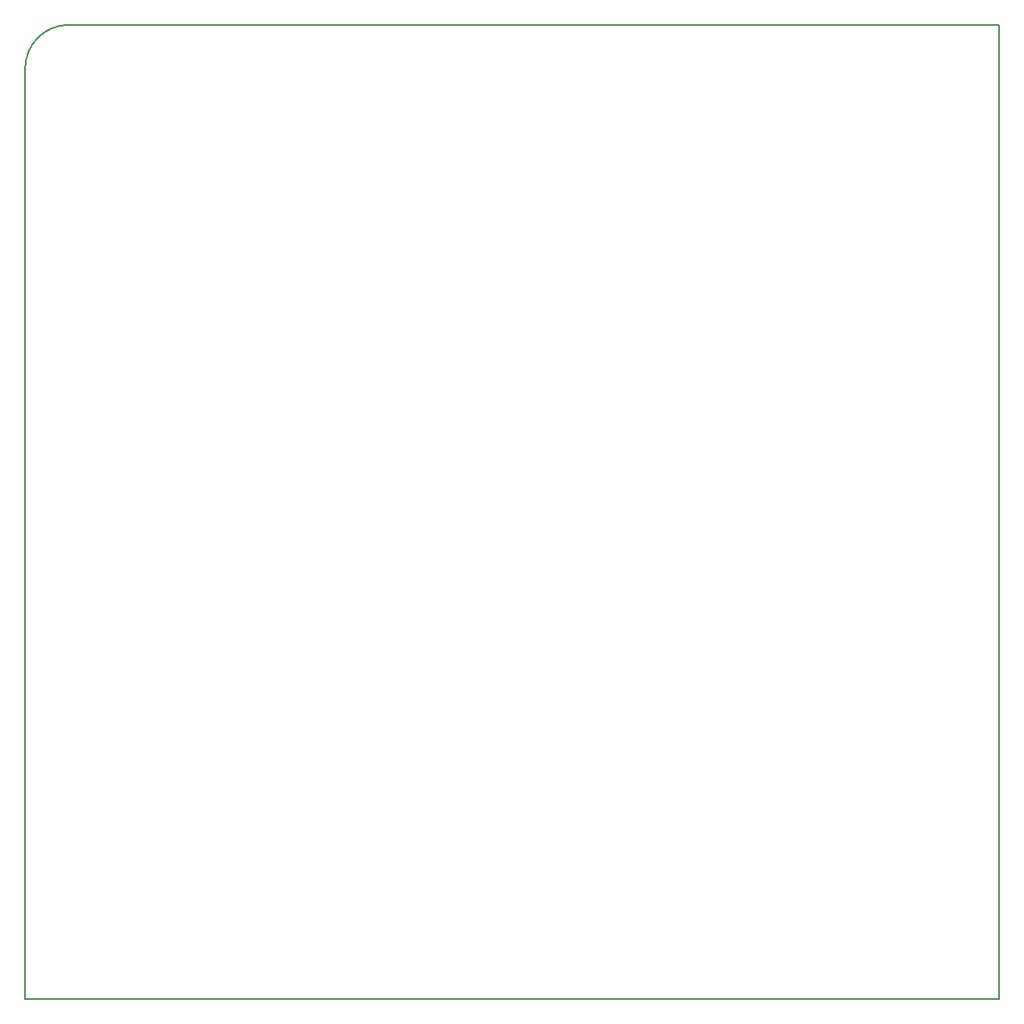
<source format=gm1>
G04 #@! TF.GenerationSoftware,KiCad,Pcbnew,(5.1.5)-3*
G04 #@! TF.CreationDate,2020-03-11T18:50:25+01:00*
G04 #@! TF.ProjectId,BE6502 SBC,42453635-3032-4205-9342-432e6b696361,rev?*
G04 #@! TF.SameCoordinates,Original*
G04 #@! TF.FileFunction,Profile,NP*
%FSLAX46Y46*%
G04 Gerber Fmt 4.6, Leading zero omitted, Abs format (unit mm)*
G04 Created by KiCad (PCBNEW (5.1.5)-3) date 2020-03-11 18:50:25*
%MOMM*%
%LPD*%
G04 APERTURE LIST*
%ADD10C,0.150000*%
G04 APERTURE END LIST*
D10*
X199390000Y-48260000D02*
X194945000Y-48260000D01*
X199390000Y-52705000D02*
X199390000Y-48260000D01*
X100330000Y-52705000D02*
X100330000Y-147320000D01*
X104775000Y-48260000D02*
X194945000Y-48260000D01*
X104775000Y-48260000D02*
G75*
G03X100330000Y-52705000I0J-4445000D01*
G01*
X199390000Y-52705000D02*
X199390000Y-147320000D01*
X199390000Y-147320000D02*
X100330000Y-147320000D01*
M02*

</source>
